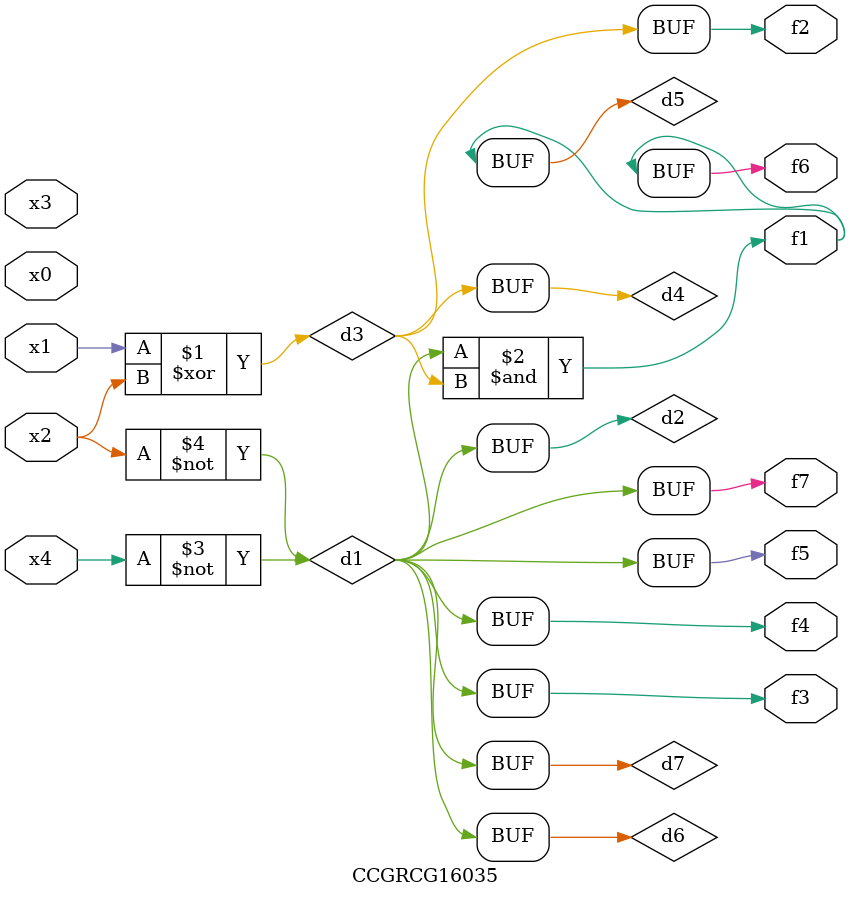
<source format=v>
module CCGRCG16035(
	input x0, x1, x2, x3, x4,
	output f1, f2, f3, f4, f5, f6, f7
);

	wire d1, d2, d3, d4, d5, d6, d7;

	not (d1, x4);
	not (d2, x2);
	xor (d3, x1, x2);
	buf (d4, d3);
	and (d5, d1, d3);
	buf (d6, d1, d2);
	buf (d7, d2);
	assign f1 = d5;
	assign f2 = d4;
	assign f3 = d7;
	assign f4 = d7;
	assign f5 = d7;
	assign f6 = d5;
	assign f7 = d7;
endmodule

</source>
